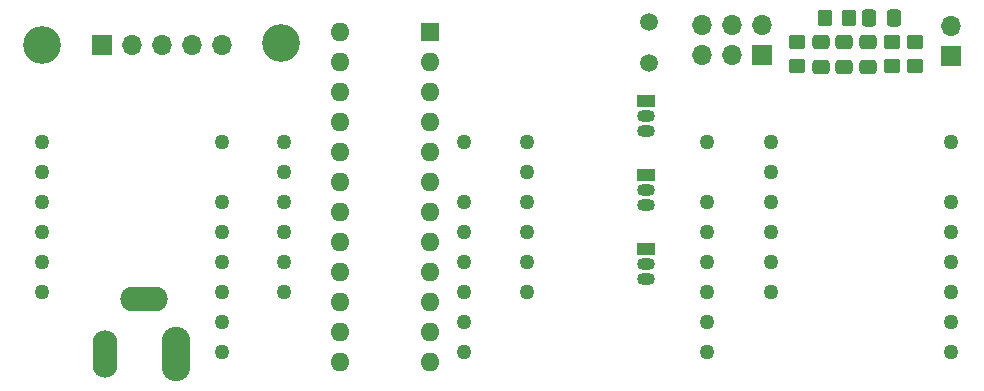
<source format=gbr>
%TF.GenerationSoftware,KiCad,Pcbnew,8.0.6*%
%TF.CreationDate,2025-03-23T20:06:33-04:00*%
%TF.ProjectId,co2_7seg,636f325f-3773-4656-972e-6b696361645f,rev?*%
%TF.SameCoordinates,Original*%
%TF.FileFunction,Soldermask,Top*%
%TF.FilePolarity,Negative*%
%FSLAX46Y46*%
G04 Gerber Fmt 4.6, Leading zero omitted, Abs format (unit mm)*
G04 Created by KiCad (PCBNEW 8.0.6) date 2025-03-23 20:06:33*
%MOMM*%
%LPD*%
G01*
G04 APERTURE LIST*
G04 Aperture macros list*
%AMRoundRect*
0 Rectangle with rounded corners*
0 $1 Rounding radius*
0 $2 $3 $4 $5 $6 $7 $8 $9 X,Y pos of 4 corners*
0 Add a 4 corners polygon primitive as box body*
4,1,4,$2,$3,$4,$5,$6,$7,$8,$9,$2,$3,0*
0 Add four circle primitives for the rounded corners*
1,1,$1+$1,$2,$3*
1,1,$1+$1,$4,$5*
1,1,$1+$1,$6,$7*
1,1,$1+$1,$8,$9*
0 Add four rect primitives between the rounded corners*
20,1,$1+$1,$2,$3,$4,$5,0*
20,1,$1+$1,$4,$5,$6,$7,0*
20,1,$1+$1,$6,$7,$8,$9,0*
20,1,$1+$1,$8,$9,$2,$3,0*%
G04 Aperture macros list end*
%ADD10C,1.500000*%
%ADD11C,1.270000*%
%ADD12O,1.700000X1.700000*%
%ADD13R,1.700000X1.700000*%
%ADD14C,3.200000*%
%ADD15O,1.600000X1.600000*%
%ADD16R,1.600000X1.600000*%
%ADD17RoundRect,0.250000X0.450000X-0.350000X0.450000X0.350000X-0.450000X0.350000X-0.450000X-0.350000X0*%
%ADD18RoundRect,0.250000X-0.450000X0.350000X-0.450000X-0.350000X0.450000X-0.350000X0.450000X0.350000X0*%
%ADD19RoundRect,0.250000X-0.350000X-0.450000X0.350000X-0.450000X0.350000X0.450000X-0.350000X0.450000X0*%
%ADD20O,1.500000X1.050000*%
%ADD21R,1.500000X1.050000*%
%ADD22O,4.004000X2.104000*%
%ADD23O,2.104000X4.004000*%
%ADD24O,2.404000X4.604000*%
%ADD25RoundRect,0.250000X0.475000X-0.337500X0.475000X0.337500X-0.475000X0.337500X-0.475000X-0.337500X0*%
%ADD26RoundRect,0.250000X-0.337500X-0.475000X0.337500X-0.475000X0.337500X0.475000X-0.337500X0.475000X0*%
G04 APERTURE END LIST*
D10*
%TO.C,R7*%
X102700000Y-31000000D03*
X102700000Y-27600000D03*
%TD*%
D11*
%TO.C,LED4*%
X113010000Y-37720000D03*
X113010000Y-40260000D03*
X113010000Y-42800000D03*
X113010000Y-45340000D03*
X113010000Y-47880000D03*
X113010000Y-50420000D03*
X128250000Y-55500000D03*
X128250000Y-52960000D03*
X128250000Y-50420000D03*
X128250000Y-47880000D03*
X128250000Y-45340000D03*
X128250000Y-42800000D03*
X128250000Y-37720000D03*
%TD*%
%TO.C,LED3*%
X92360400Y-37720000D03*
X92360400Y-40260000D03*
X92360400Y-42800000D03*
X92360400Y-45340000D03*
X92360400Y-47880000D03*
X92360400Y-50420000D03*
X107600400Y-55500000D03*
X107600400Y-52960000D03*
X107600400Y-50420000D03*
X107600400Y-47880000D03*
X107600400Y-45340000D03*
X107600400Y-42800000D03*
X107600400Y-37720000D03*
%TD*%
%TO.C,LED2*%
X71770000Y-37720000D03*
X71770000Y-40260000D03*
X71770000Y-42800000D03*
X71770000Y-45340000D03*
X71770000Y-47880000D03*
X71770000Y-50420000D03*
X87010000Y-55500000D03*
X87010000Y-52960000D03*
X87010000Y-50420000D03*
X87010000Y-47880000D03*
X87010000Y-45340000D03*
X87010000Y-42800000D03*
X87010000Y-37720000D03*
%TD*%
%TO.C,LED1*%
X51260000Y-37720000D03*
X51260000Y-40260000D03*
X51260000Y-42800000D03*
X51260000Y-45340000D03*
X51260000Y-47880000D03*
X51260000Y-50420000D03*
X66500000Y-55500000D03*
X66500000Y-52960000D03*
X66500000Y-50420000D03*
X66500000Y-47880000D03*
X66500000Y-45340000D03*
X66500000Y-42800000D03*
X66500000Y-37720000D03*
%TD*%
D12*
%TO.C,U2*%
X66480000Y-29480000D03*
X63940000Y-29480000D03*
X61400000Y-29480000D03*
X58860000Y-29480000D03*
D13*
X56320000Y-29480000D03*
D14*
X51300000Y-29525000D03*
X71475000Y-29375000D03*
%TD*%
D15*
%TO.C,U3*%
X76530000Y-28400000D03*
X76530000Y-30940000D03*
X76530000Y-33480000D03*
X76530000Y-36020000D03*
X76530000Y-38560000D03*
X76530000Y-41100000D03*
X76530000Y-43640000D03*
X76530000Y-46180000D03*
X76530000Y-48720000D03*
X76530000Y-51260000D03*
X76530000Y-53800000D03*
X76530000Y-56340000D03*
X84150000Y-56340000D03*
X84150000Y-53800000D03*
X84150000Y-51260000D03*
X84150000Y-48720000D03*
X84150000Y-46180000D03*
X84150000Y-43640000D03*
X84150000Y-41100000D03*
X84150000Y-38560000D03*
X84150000Y-36020000D03*
X84150000Y-33480000D03*
X84150000Y-30940000D03*
D16*
X84150000Y-28400000D03*
%TD*%
D17*
%TO.C,R4*%
X115200000Y-29300000D03*
X115200000Y-31300000D03*
%TD*%
D18*
%TO.C,R3*%
X125200000Y-29300000D03*
X125200000Y-31300000D03*
%TD*%
%TO.C,R2*%
X123200000Y-31300000D03*
X123200000Y-29300000D03*
%TD*%
D19*
%TO.C,R1*%
X117600000Y-27200000D03*
X119600000Y-27200000D03*
%TD*%
D20*
%TO.C,Q3*%
X102450000Y-36800000D03*
X102450000Y-35530000D03*
D21*
X102450000Y-34260000D03*
%TD*%
D20*
%TO.C,Q2*%
X102450000Y-49300000D03*
X102450000Y-48030000D03*
D21*
X102450000Y-46760000D03*
%TD*%
%TO.C,Q1*%
X102450000Y-40490000D03*
D20*
X102450000Y-41760000D03*
X102450000Y-43030000D03*
%TD*%
D22*
%TO.C,J3*%
X59882500Y-51030000D03*
D23*
X56632500Y-55720000D03*
D24*
X62587500Y-55720000D03*
%TD*%
D13*
%TO.C,J2*%
X112225000Y-30375000D03*
D12*
X112225000Y-27835000D03*
X109685000Y-30375000D03*
X109685000Y-27835000D03*
X107145000Y-30375000D03*
X107145000Y-27835000D03*
%TD*%
%TO.C,J1*%
X128200000Y-27935000D03*
D13*
X128200000Y-30475000D03*
%TD*%
D25*
%TO.C,C7*%
X121200000Y-31337500D03*
X121200000Y-29262500D03*
%TD*%
%TO.C,C6*%
X117200000Y-29262500D03*
X117200000Y-31337500D03*
%TD*%
%TO.C,C5*%
X119200000Y-29262500D03*
X119200000Y-31337500D03*
%TD*%
D26*
%TO.C,C3*%
X123387500Y-27200000D03*
X121312500Y-27200000D03*
%TD*%
M02*

</source>
